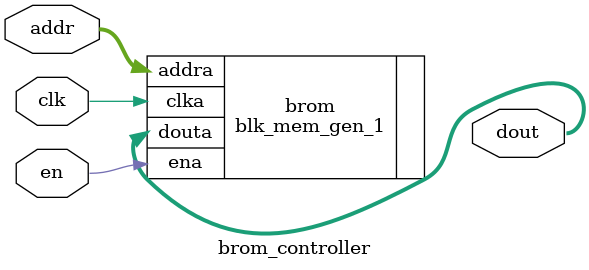
<source format=v>

`timescale 1ns / 1ps


module brom_controller(
    clk, en, addr, dout
    );
    input clk, en;
    input [5:0] addr; //4^n long = 2n bits -> 1:0, 3:0, 5:0, 7:0, 9:0, 11:0
    output [63:0] dout; // a_width-1 -> 7, 23, 63, 159, 383, 895
    // Change width/depth by double clicking blk_mem_gen_1
    // Width = width of each string, depth = # of strings - set to max 4^6 = 4096
    // Addr length for depth - 12 for 4096 (2^12 = 4^6), x2 for neg
    blk_mem_gen_1 brom (
        .addra(addr),  // input wire [3 : 0] addra
        .clka(clk),    // input wire clka
        .douta(dout),  // output wire [23 : 0] douta
        .ena(en)       // input wire ena
    );
    
//    always @ (posedge clk)
//    begin
//        ena <= en;
//        wea <= we;
//        clka <= clk;
//        addra <= addr;
//        dina <= din;
//    end
    
//    assign dout = douta;

endmodule

</source>
